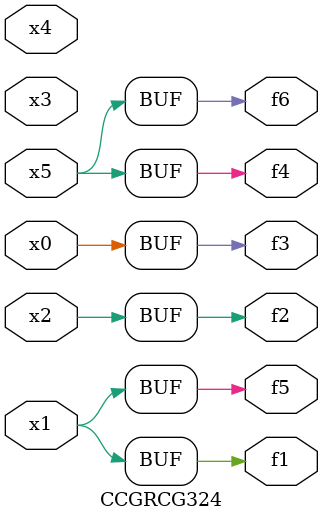
<source format=v>
module CCGRCG324(
	input x0, x1, x2, x3, x4, x5,
	output f1, f2, f3, f4, f5, f6
);
	assign f1 = x1;
	assign f2 = x2;
	assign f3 = x0;
	assign f4 = x5;
	assign f5 = x1;
	assign f6 = x5;
endmodule

</source>
